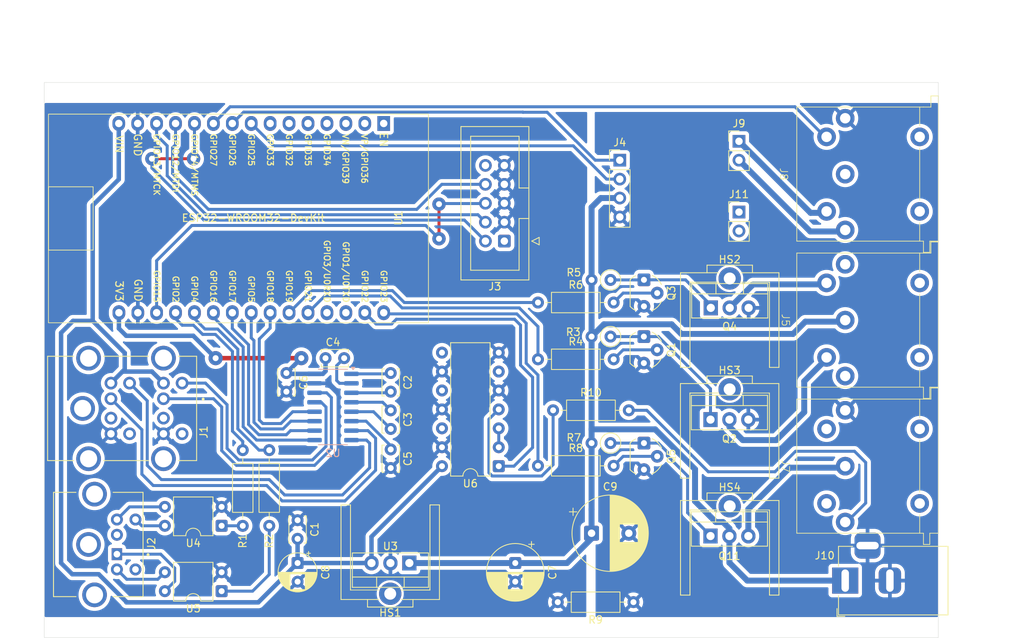
<source format=kicad_pcb>
(kicad_pcb (version 20241229) (generator "pcbnew") (generator_version "9.0")
  (layers (0 "F.Cu" signal) (2 "B.Cu" signal) (13 "F.Paste" user) (15 "B.Paste" user) (5 "F.SilkS" user "F.Silkscreen") (7 "B.SilkS" user "B.Silkscreen") (1 "F.Mask" user) (3 "B.Mask" user) (25 "Edge.Cuts" user))
  (net 0 "")
  (net 1 "+5V")
  (net 2 "GND")
  (net 3 "Net-(U2-C1+)")
  (net 4 "Net-(U2-C1-)")
  (net 5 "Net-(U2-C2+)")
  (net 6 "Net-(U2-C2-)")
  (net 7 "Net-(U2-VS+)")
  (net 8 "Net-(U2-VS-)")
  (net 9 "/KP_RS232_OUT")
  (net 11 "/PR_RS232_IN")
  (net 12 "/PR_RS232_OUT")
  (net 16 "/KP_RS232_IN")
  (net 17 "/TDI")
  (net 20 "/TMS")
  (net 21 "/TDO")
  (net 22 "+12V")
  (net 23 "/In1")
  (net 24 "/In2")
  (net 25 "/PowerConnectors/LED_L2")
  (net 27 "/PowerConnectors/LED_L1")
  (net 32 "/PowerConnectors/M2")
  (net 33 "/Switch")
  (net 34 "/PowerConnectors/M1")
  (net 35 "Net-(Q1-C)")
  (net 36 "Net-(Q1-B)")
  (net 37 "Net-(Q3-C)")
  (net 38 "Net-(Q3-B)")
  (net 39 "Net-(Q11-G)")
  (net 40 "Net-(Q5-B)")
  (net 42 "Net-(R1-Pad2)")
  (net 43 "/Screen_Up")
  (net 44 "Net-(R2-Pad2)")
  (net 45 "/Screen_Down")
  (net 46 "/Lamp2")
  (net 47 "/Lamp1")
  (net 48 "GND2")
  (net 49 "Net-(J7-Pad3)")
  (net 50 "/KP_RXD")
  (net 53 "/PR_TXD")
  (net 55 "/PR_RXD")
  (net 58 "/TCK")
  (net 62 "/KP_TXD")
  (net 63 "Net-(J2-Pad6)")
  (net 64 "Net-(J2-Pad4)")
  (net 65 "Net-(J2-Pad1)")
  (net 66 "Net-(J2-Pad3)")
  (net 68 "+3.3V")
  (net 75 "Net-(U6-Pad2)")
  (net 78 "/PowerConnectors/LED_PWR")
  (net 79 "/RGB_PWR")
  (net 80 "/RGB_Data")
  (net 81 "Net-(R10-Pad1)")
  (footprint "Custom_Heatsinks:Heatsink_Aavid_TO-220_H12.7mm" (layer "F.Cu") (at 169.5 125.3763)
    (property "Reference" "HS4")
    (property "Value" "Heatsink_Pad")
  )
  (footprint "Resistor_THT:R_Axial_DIN0207_L6.3mm_D2.5mm_P10.16mm_Horizontal" (layer "F.Cu") (at 156.58 137.75 180)
    (property "Reference" "R9")
    (property "Value" "10")
  )
  (footprint "Capacitor_THT:C_Disc_D3.4mm_W2.1mm_P2.50mm" (layer "F.Cu") (at 117.75 105 180)
    (property "Reference" "C4")
    (property "Value" "100n")
  )
  (footprint "Package_DIP:DIP-4_W7.62mm" (layer "F.Cu") (at 101.305 127.5 180)
    (property "Reference" "U4")
    (property "Value" "LTV-817")
  )
  (footprint "Package_DIP:DIP-14_W7.62mm" (layer "F.Cu") (at 138.5 119.5 180)
    (property "Reference" "U6")
    (property "Value" "4069")
  )
  (footprint "Custom_Footprints:TO-92_Milling" (layer "F.Cu") (at 157.988 115.641 -90)
    (property "Reference" "Q5")
    (property "Value" "BC547")
  )
  (footprint "Connector_PinHeader_2.54mm:PinHeader_1x04_P2.54mm_Vertical" (layer "F.Cu") (at 154.744 78.432)
    (property "Reference" "J4")
    (property "Value" "H-Bridge")
  )
  (footprint "Package_TO_SOT_THT:TO-220-3_Vertical" (layer "F.Cu") (at 126.5 132.5 180)
    (property "Reference" "U3")
    (property "Value" "L7805")
  )
  (footprint "Custom_Heatsinks:Heatsink_Aavid_TO-220_H12.7mm" (layer "F.Cu") (at 169.5 94.80685)
    (property "Reference" "HS2")
    (property "Value" "Heatsink_Pad")
  )
  (footprint "SnapEDA:SWITCHCRAFT_DMD6FRA111" (layer "F.Cu") (at 77.95 111.75 90)
    (property "Reference" "J1")
    (property "Value" "Controller")
  )
  (footprint "Resistor_THT:R_Axial_DIN0207_L6.3mm_D2.5mm_P2.54mm_Vertical" (layer "F.Cu") (at 153.5 94.5 180)
    (property "Reference" "R5")
    (property "Value" "10k")
  )
  (footprint "Capacitor_THT:C_Disc_D3.4mm_W2.1mm_P2.50mm" (layer "F.Cu") (at 111.5 129.25 90)
    (property "Reference" "C1")
    (property "Value" "100n")
  )
  (footprint "Resistor_THT:R_Axial_DIN0207_L6.3mm_D2.5mm_P10.16mm_Horizontal" (layer "F.Cu") (at 107.696 117.348 -90)
    (property "Reference" "R2")
    (property "Value" "220")
  )
  (footprint "Capacitor_THT:CP_Radial_D7.5mm_P2.50mm" (layer "F.Cu") (at 140.716 132.5 -90)
    (property "Reference" "C7")
    (property "Value" "100u")
  )
  (footprint "Resistor_THT:R_Axial_DIN0207_L6.3mm_D2.5mm_P10.16mm_Horizontal" (layer "F.Cu") (at 145.796 112)
    (property "Reference" "R10")
    (property "Value" "100")
  )
  (footprint "Capacitor_THT:CP_Radial_D5.0mm_P2.50mm" (layer "F.Cu") (at 111.5 132.5 -90)
    (property "Reference" "C8")
    (property "Value" "0.1u")
  )
  (footprint "Connector_PinHeader_2.54mm:PinHeader_1x02_P2.54mm_Vertical" (layer "F.Cu") (at 170.744 85.392)
    (property "Reference" "J11")
    (property "Value" "Pwr")
  )
  (footprint "SnapEDA:MiniDIN TE_5749180-1" (layer "F.Cu") (at 83.44 130.01 -90)
    (property "Reference" "J2")
    (property "Value" "Screen")
  )
  (footprint "Resistor_THT:R_Axial_DIN0207_L6.3mm_D2.5mm_P2.54mm_Vertical" (layer "F.Cu") (at 153.5 102.108 180)
    (property "Reference" "R3")
    (property "Value" "10k")
  )
  (footprint "Package_TO_SOT_THT:TO-220-3_Vertical" (layer "F.Cu") (at 166.96 98.25)
    (property "Reference" "Q4")
    (property "Value" "BUZ11")
  )
  (footprint "Capacitor_THT:C_Disc_D3.4mm_W2.1mm_P2.50mm" (layer "F.Cu") (at 124 117.25 -90)
    (property "Reference" "C5")
    (property "Value" "100n")
  )
  (footprint "Custom_Connectors:DIN-5 MAB5P" (layer "F.Cu") (at 185 80.3 -90)
    (property "Reference" "J8")
    (property "Value" "Winch")
  )
  (footprint "Custom_Module:ESP32-WROOM32-DevKit_NoMountingHoles" (layer "F.Cu") (at 123.06 73.5 -90)
    (property "Reference" "U1")
    (property "Value" "ESP32-WROOM32-DevKit")
  )
  (footprint "Connector_IDC:IDC-Header_2x05_P2.54mm_Vertical" (layer "F.Cu") (at 139.25 89.29 180)
    (property "Reference" "J3")
    (property "Value" "JTAG")
  )
  (footprint "Capacitor_THT:C_Disc_D3.4mm_W2.1mm_P2.50mm" (layer "F.Cu") (at 124 107 -90)
    (property "Reference" "C2")
    (property "Value" "100n")
  )
  (footprint "Custom_Heatsinks:Heatsink_Aavid_TO-220_H12.7mm" (layer "F.Cu") (at 123.9327 136.1237 180)
    (property "Reference" "HS1")
    (property "Value" "Heatsink_Pad")
  )
  (footprint "Resistor_THT:R_Axial_DIN0207_L6.3mm_D2.5mm_P10.16mm_Horizontal" (layer "F.Cu") (at 143.764 119.451)
    (property "Reference" "R8")
    (property "Value" "1k")
  )
  (footprint "Resistor_THT:R_Axial_DIN0207_L6.3mm_D2.5mm_P10.16mm_Horizontal" (layer "F.Cu") (at 104.14 117.348 -90)
    (property "Reference" "R1")
    (property "Value" "220")
  )
  (footprint "Custom_Footprints:TO-92_Milling" (layer "F.Cu") (at 157.988 93.726 -90)
    (property "Reference" "Q3")
    (property "Value" "BC547")
  )
  (footprint "Resistor_THT:R_Axial_DIN0207_L6.3mm_D2.5mm_P2.54mm_Vertical" (layer "F.Cu") (at 153.5 116.403 180)
    (property "Reference" "R7")
    (property "Value" "10k")
  )
  (footprint "Capacitor_THT:C_Disc_D3.4mm_W2.1mm_P2.50mm" (layer "F.Cu") (at 110 107 -90)
    (property "Reference" "C6")
    (property "Value" "100n")
  )
  (footprint "Custom_Connectors:DIN-5 MAB5P" (layer "F.Cu") (at 185 99.9 -90)
    (property "Reference" "J5")
    (property "Value" "Lamp")
  )
  (footprint "Capacitor_THT:CP_Radial_D10.0mm_P5.00mm" (layer "F.Cu") (at 150.956 128.5)
    (property "Reference" "C9")
    (property "Value" "470u")
  )
  (footprint "Connector_PinHeader_2.54mm:PinHeader_1x02_P2.54mm_Vertical" (layer "F.Cu") (at 170.744 75.892)
    (property "Reference" "J9")
    (property "Value" "Motor")
  )
  (footprint "Custom_Connectors:DIN-5 MAB5P" (layer "F.Cu") (at 185 119.5 -90)
    (property "Reference" "J7")
    (property "Value" "RGB")
  )
  (footprint "Package_DIP:DIP-4_W7.62mm" (layer "F.Cu") (at 101.305 136.275 180)
    (property "Reference" "U5")
    (property "Value" "LTV-817")
  )
  (footprint "Connector_BarrelJack:BarrelJack_Horizontal" (layer "F.Cu") (at 185 134.8575 180)
    (property "Reference" "J10")
    (property "Value" "Barrel_Jack_Switch")
  )
  (footprint "Resistor_THT:R_Axial_DIN0207_L6.3mm_D2.5mm_P10.16mm_Horizontal" (layer "F.Cu") (at 143.764 105.156)
    (property "Reference" "R4")
    (property "Value" "1k")
  )
  (footprint "Capacitor_THT:C_Disc_D3.4mm_W2.1mm_P2.50mm" (layer "F.Cu") (at 124 112 -90)
    (property "Reference" "C3")
    (property "Value" "100n")
  )
  (footprint "Package_TO_SOT_THT:TO-220-3_Vertical" (layer "F.Cu") (at 166.92 113.25)
    (property "Reference" "Q2")
    (property "Value" "BUZ11")
  )
  (footprint "Resistor_THT:R_Axial_DIN0207_L6.3mm_D2.5mm_P10.16mm_Horizontal" (layer "F.Cu") (at 143.764 97.536)
    (property "Reference" "R6")
    (property "Value" "1k")
  )
  (footprint "Custom_Heatsinks:Heatsink_Aavid_TO-220_H12.7mm" (layer "F.Cu") (at 169.4873 109.68315)
    (property "Reference" "HS3")
    (property "Value" "Heatsink_Pad")
  )
  (footprint "Package_TO_SOT_THT:TO-220-3_Vertical" (layer "F.Cu") (at 166.92 128.8763)
    (property "Reference" "Q11")
    (property "Value" "IRF4905")
  )
  (footprint "Custom_Footprints:TO-92_Milling" (layer "F.Cu") (at 157.976 101.346 -90)
    (property "Reference" "Q1")
    (property "Value" "BC547")
  )
  (footprint "Package_SO:SOIC-16_3.9x9.9mm_P1.27mm" (layer "B.Cu") (at 116.25 111.555 180)
    (property "Reference" "U2")
    (property "Value" "MAX3232")
  )
  (gr_rect (start 77.5 68) (end 197.5 142.5) (stroke (width 0.05)) (fill no) (layer "Edge.Cuts"))
  (segment (start 87.5 81) (end 87.5 73.5) (width 0.6) (layer "B.Cu") (net 1))
  (segment (start 79.756 132.5) (end 79.756 101.6) (width 0.6) (layer "B.Cu") (net 1))
  (segment (start 111.5 132.5) (end 106.224 137.776) (width 0.6) (layer "B.Cu") (net 1))
  (segment (start 79.756 101.6) (end 81.356 100) (width 0.6) (layer "B.Cu") (net 1))
  (segment (start 88.526 137.716941) (end 84.809059 134) (width 0.6) (layer "B.Cu") (net 1))
  (segment (start 81.356 100) (end 84 100) (width 0.6) (layer "B.Cu") (net 1))
  (segment (start 106.224 137.776) (end 88.526 137.776) (width 0.6) (layer "B.Cu") (net 1))
  (segment (start 84 100) (end 84 84.5) (width 0.6) (layer "B.Cu") (net 1))
  (segment (start 111.5 132.5) (end 111.5 129.25) (width 0.6) (layer "B.Cu") (net 1))
  (segment (start 91.949 106.799) (end 93.5 108.35) (width 0.6) (layer "B.Cu") (net 1))
  (segment (start 88.001 106.799) (end 88.299 106.501) (width 0.6) (layer "B.Cu") (net 1))
  (segment (start 88.001 106.799) (end 91.949 106.799) (width 0.6) (layer "B.Cu") (net 1))
  (segment (start 121.42 128.96) (end 130.88 119.5) (width 0.6) (layer "B.Cu") (net 1))
  (segment (start 84 100) (end 88.299 104.299) (width 0.6) (layer "B.Cu") (net 1))
  (segment (start 111.5 132.5) (end 121.42 132.5) (width 0.6) (layer "B.Cu") (net 1))
  (segment (start 84.809059 134) (end 81.256 134) (width 0.6) (layer "B.Cu") (net 1))
  (segment (start 81.256 134) (end 79.756 132.5) (width 0.6) (layer "B.Cu") (net 1))
  (segment (start 86.45 108.35) (end 88.001 106.799) (width 0.6) (layer "B.Cu") (net 1))
  (segment (start 84 84.5) (end 87.5 81) (width 0.6) (layer "B.Cu") (net 1))
  (segment (start 88.526 137.776) (end 88.526 137.716941) (width 0.6) (layer "B.Cu") (net 1))
  (segment (start 88.299 106.501) (end 88.299 104.299) (width 0.6) (layer "B.Cu") (net 1))
  (segment (start 121.42 132.5) (end 121.42 128.96) (width 0.6) (layer "B.Cu") (net 1))
  (segment (start 119.5 107.11) (end 123.89 107.11) (width 0.4) (layer "B.Cu") (net 3))
  (segment (start 119.5 109.65) (end 123.85 109.65) (width 0.4) (layer "B.Cu") (net 4))
  (segment (start 119.5 110.92) (end 122.92 110.92) (width 0.4) (layer "B.Cu") (net 5))
  (segment (start 122.92 110.92) (end 124 112) (width 0.4) (layer "B.Cu") (net 5))
  (segment (start 119.5 112.19) (end 121.69 112.19) (width 0.4) (layer "B.Cu") (net 6))
  (segment (start 121.69 112.19) (end 124 114.5) (width 0.4) (layer "B.Cu") (net 6))
  (segment (start 117.13 108.38) (end 116.75 108) (width 0.4) (layer "B.Cu") (net 7))
  (segment (start 118.38 108.38) (end 119.5 108.38) (width 0.4) (layer "B.Cu") (net 7))
  (segment (start 116.75 108) (end 116.75 106) (width 0.4) (layer "B.Cu") (net 7))
  (segment (start 116.75 106) (end 117.75 105) (width 0.4) (layer "B.Cu") (net 7))
  (segment (start 118.725 108.38) (end 117.13 108.38) (width 0.4) (layer "B.Cu") (net 7))
  (segment (start 119.5 113.46) (end 120.699999 113.46) (width 0.4) (layer "B.Cu") (net 8))
  (segment (start 120.699999 113.46) (end 124 116.760001) (width 0.4) (layer "B.Cu") (net 8))
  (segment (start 101.316 111.550648) (end 101.316 117.411825) (width 0.4) (layer "B.Cu") (net 9))
  (segment (start 101.316 117.411825) (end 103.294175 119.39) (width 0.4) (layer "B.Cu") (net 9))
  (segment (start 115.4 109.65) (end 113.775 109.65) (width 0.4) (layer "B.Cu") (net 9))
  (segment (start 113 109.65) (end 114.225648 109.65) (width 0.4) (layer "B.Cu") (net 9))
  (segment (start 116.037 110.287) (end 115.4 109.65) (width 0.4) (layer "B.Cu") (net 9))
  (segment (start 116.037 117.138648) (end 116.037 110.287) (width 0.4) (layer "B.Cu") (net 9))
  (segment (start 103.294175 119.39) (end 113.785648 119.39) (width 0.4) (layer "B.Cu") (net 9))
  (segment (start 113.785648 119.39) (end 116.037 117.138648) (width 0.4) (layer "B.Cu") (net 9))
  (segment (start 100.215352 110.45) (end 101.316 111.550648) (width 0.4) (layer "B.Cu") (net 9))
  (segment (start 93.5 110.45) (end 100.215352 110.45) (width 0.4) (layer "B.Cu") (net 9))
  (segment (start 91.321 110.721) (end 88.95 108.35) (width 0.4) (layer "B.Cu") (net 11))
  (segment (start 93.218428 121.3) (end 91.321 119.402572) (width 0.4) (layer "B.Cu") (net 11))
  (segment (start 119.5 116) (end 120.75 116) (width 0.4) (layer "B.Cu") (net 11))
  (segment (start 109.762136 123.365) (end 107.697136 121.3) (width 0.4) (layer "B.Cu") (net 11))
  (segment (start 121.171 116.421) (end 121.171 119.717278) (width 0.4) (layer "B.Cu") (net 11))
  (segment (start 120.75 116) (end 121.171 116.421) (width 0.4) (layer "B.Cu") (net 11))
  (segment (start 117.523278 123.365) (end 109.762136 123.365) (width 0.4) (layer "B.Cu") (net 11))
  (segment (start 121.171 119.717278) (end 117.523278 123.365) (width 0.4) (layer "B.Cu") (net 11))
  (segment (start 91.321 119.402572) (end 91.321 110.721) (width 0.4) (layer "B.Cu") (net 11))
  (segment (start 107.697136 121.3) (end 93.218428 121.3) (width 0.4) (layer "B.Cu") (net 11))
  (segment (start 117.854648 124.165) (end 121.971 120.048648) (width 0.4) (layer "B.Cu") (net 12))
  (segment (start 90.6 114.6) (end 90.6 120.575648) (width 0.4) (layer "B.Cu") (net 12))
  (segment (start 120.950351 114.73) (end 119.5 114.73) (width 0.4) (layer "B.Cu") (net 12))
  (segment (start 121.971 115.750649) (end 120.950351 114.73) (width 0.4) (layer "B.Cu") (net 12))
  (segment (start 109.430766 124.165) (end 117.854648 124.165) (width 0.4) (layer "B.Cu") (net 12))
  (segment (start 86.45 110.45) (end 90.6 114.6) (width 0.4) (layer "B.Cu") (net 12))
  (segment (start 107.365766 122.1) (end 109.430766 124.165) (width 0.4) (layer "B.Cu") (net 12))
  (segment (start 90.6 120.575648) (end 92.124352 122.1) (width 0.4) (layer "B.Cu") (net 12))
  (segment (start 92.124352 122.1) (end 107.365766 122.1) (width 0.4) (layer "B.Cu") (net 12))
  (segment (start 121.971 120.048648) (end 121.971 115.750649) (width 0.4) (layer "B.Cu") (net 12))
  (segment (start 99.135 108.35) (end 96 108.35) (width 0.4) (layer "B.Cu") (net 16))
  (segment (start 113 110.92) (end 114.476 110.92) (width 0.4) (layer "B.Cu") (net 16))
  (segment (start 102.037 111.252) (end 99.135 108.35) (width 0.4) (layer "B.Cu") (net 16))
  (segment (start 102.037 117.113177) (end 102.037 111.252) (width 0.4) (layer "B.Cu") (net 16))
  (segment (start 103.592823 118.669) (end 102.037 117.113177) (width 0.4) (layer "B.Cu") (net 16))
  (segment (start 113.487 118.669) (end 103.592823 118.669) (width 0.4) (layer "B.Cu") (net 16))
  (segment (start 115.316 111.566) (end 114.67 110.92) (width 0.4) (layer "B.Cu") (net 16))
  (segment (start 115.316 116.84) (end 115.316 111.566) (width 0.4) (layer "B.Cu") (net 16))
  (segment (start 115.316 116.84) (end 113.487 118.669) (width 0.4) (layer "B.Cu") (net 16))
  (segment (start 114.67 110.92) (end 113.775 110.92) (width 0.4) (layer "B.Cu") (net 16))
  (segment (start 130.859 81.67) (end 127.5 85.029) (width 0.4) (layer "B.Cu") (net 17))
  (segment (start 99.529 85.029) (end 94.721 80.221) (width 0.4) (layer "B.Cu") (net 17))
  (segment (start 136.71 81.67) (end 130.859 81.67) (width 0.4) (layer "B.Cu") (net 17))
  (segment (start 94.721 80.221) (end 94.721 76.75) (width 0.4) (layer "B.Cu") (net 17))
  (segment (start 95.12 76.351) (end 95.12 73.5) (width 0.4) (layer "B.Cu") (net 17))
  (segment (start 127.5 85.029) (end 99.529 85.029) (width 0.4) (layer "B.Cu") (net 17))
  (segment (start 94.721 76.75) (end 95.12 76.351) (width 0.4) (layer "B.Cu") (net 17))
  (segment (start 91.948 78.232) (end 97.536 78.232) (width 0.4) (layer "F.Cu") (net 20))
  (via (at 97.536 78.232) (size 1.8) (drill 0.8) (layers "F.Cu" "B.Cu") (net 20))
  (via (at 91.948 78.232) (size 1.8) (drill 0.8) (layers "F.Cu" "B.Cu") (net 20))
  (segment (start 97.66 78.108) (end 97.66 73.5) (width 0.4) (layer "B.Cu") (net 20))
  (segment (start 91.948 79.487296) (end 91.948 78.232) (width 0.4) (layer "B.Cu") (net 20))
  (segment (start 133.891 86.471) (end 98.931704 86.471) (width 0.4) (layer "B.Cu") (net 20))
  (segment (start 136.71 89.29) (end 133.891 86.471) (width 0.4) (layer "B.Cu") (net 20))
  (segment (start 98.931704 86.471) (end 91.948 79.487296) (width 0.4) (layer "B.Cu") (net 20))
  (segment (start 97.536 78.232) (end 97.66 78.108) (width 0.4) (layer "B.Cu") (net 20))
  (segment (start 130.48 84.33) (end 130.48 88.970296) (width 0.4) (layer "F.Cu") (net 21))
  (via (at 130.48 88.970296) (size 1.8) (drill 0.8) (layers "F.Cu" "B.Cu") (net 21))
  (via (at 130.48 84.33) (size 1.8) (drill 0.8) (layers "F.Cu" "B.Cu") (net 21))
  (segment (start 128.701704 87.192) (end 97.308 87.192) (width 0.4) (layer "B.Cu") (net 21))
  (segment (start 97.308 87.192) (end 92.58 91.92) (width 0.4) (layer "B.Cu") (net 21))
  (segment (start 136.44 84.25) (end 130.56 84.25) (width 0.4) (layer "B.Cu") (net 21))
  (segment (start 92.58 91.92) (end 92.58 98.9) (width 0.4) (layer "B.Cu") (net 21))
  (segment (start 130.48 88.970296) (end 128.701704 87.192) (width 0.4) (layer "B.Cu") (net 21))
  (segment (start 168.5982 127) (end 169.46 127.8618) (width 0.8) (layer "B.Cu") (net 22))
  (segment (start 150.96 125.306) (end 150.96 116.403) (width 0.8) (layer "B.Cu") (net 22))
  (segment (start 169.46 127.8618) (end 169.46 128.8763) (width 0.8) (layer "B.Cu") (net 22))
  (segment (start 150.96 116.403) (end 150.96 114.554) (width 0.8) (layer "B.Cu") (net 22))
  (segment (start 164.847414 120.394586) (end 164.847414 119.906485) (width 0.8) (layer "B.Cu") (net 22))
  (segment (start 161.707 100.457) (end 152.611 100.457) (width 0.8) (layer "B.Cu") (net 22))
  (segment (start 150.96 102.108) (end 150.96 94.5) (width 0.8) (layer "B.Cu") (net 22))
  (segment (start 150.96 125.306) (end 150.956 125.31) (width 0.8) (layer "B.Cu") (net 22))
  (segment (start 167.64 127) (end 168.5982 127) (width 0.8) (layer "B.Cu") (net 22))
  (segment (start 150.956 125.31) (end 150.956 128.5) (width 0.8) (layer "B.Cu") (net 22))
  (segment (start 167.64 127) (end 164.846 124.206) (width 0.8) (layer "B.Cu") (net 22))
  (segment (start 164.846 124.206) (end 164.846 120.396) (width 0.8) (layer "B.Cu") (net 22))
  (segment (start 152.2 83.512) (end 154.744 83.512) (width 0.8) (layer "B.Cu") (net 22))
  (segment (start 147.662 132.5) (end 140.716 132.5) (width 0.8) (layer "B.Cu") (net 22))
  (segment (start 164.847414 119.906485) (end 159.494929 114.554) (width 0.8) (layer "B.Cu") (net 22))
  (segment (start 163 101.75) (end 161.707 100.457) (width 0.8) (layer "B.Cu") (net 22))
  (segment (start 152.611 100.457) (end 150.96 102.108) (width 0.8) (layer "B.Cu") (net 22))
  (segment (start 150.956 128.5) (end 150.956 129.206) (width 0.8) (layer "B.Cu") (net 22))
  (segment (start 150.956 129.206) (end 147.662 132.5) (width 0.8) (layer "B.Cu") (net 22))
  (segment (start 150.96 114.554) (end 150.96 102.108) (width 0.8) (layer "B.Cu") (net 22))
  (segment (start 150.96 94.5) (end 150.96 84.752) (width 0.8) (layer "B.Cu") (net 22))
  (segment (start 171.8575 134.8575) (end 184 134.8575) (width 0.8) (layer "B.Cu") (net 22))
  (segment (start 185 100.1) (end 179.65 100.1) (width 0.8) (layer "B.Cu") (net 22))
  (segment (start 178 101.75) (end 163 101.75) (width 0.8) (layer "B.Cu") (net 22))
  (segment (start 159.494929 114.554) (end 150.96 114.554) (width 0.8) (layer "B.Cu") (net 22))
  (segment (start 140.716 132.5) (end 126.5 132.5) (width 0.8) (layer "B.Cu") (net 22))
  (segment (start 150.96 84.752) (end 152.2 83.512) (width 0.8) (layer "B.Cu") (net 22))
  (segment (start 169.46 132.46) (end 169.46 128.8763) (width 0.8) (layer "B.Cu") (net 22))
  (segment (start 169.46 132.46) (end 171.8575 134.8575) (width 0.8) (layer "B.Cu") (net 22))
  (segment (start 179.65 100.1) (end 178 101.75) (width 0.8) (layer "B.Cu") (net 22))
  (segment (start 108.28 76.5) (end 148.5 76.5) (width 0.4) (layer "B.Cu") (net 23))
  (segment (start 148.5 76.5) (end 152.972 80.972) (width 0.4) (layer "B.Cu") (net 23))
  (segment (start 105.28 73.5) (end 108.28 76.5) (width 0.4) (layer "B.Cu") (net 23))
  (segment (start 152.972 80.972) (end 154.744 80.972) (width 0.4) (layer "B.Cu") (net 23))
  (segment (start 145 72) (end 148.78 75.78) (width 0.4) (layer "B.Cu") (net 24))
  (segment (start 148.798234 75.78) (end 151.450234 78.432) (width 0.4) (layer "B.Cu") (net 24))
  (segment (start 151.450234 78.432) (end 154.744 78.432) (width 0.4) (layer "B.Cu") (net 24))
  (segment (start 141.75 72) (end 145 72) (width 0.4) (layer "B.Cu") (net 24))
  (segment (start 148.78 75.78) (end 148.798234 75.78) (width 0.4) (layer "B.Cu") (net 24))
  (segment (start 104.261 71.979) (end 141.729 71.979) (width 0.4) (layer "B.Cu") (net 24))
  (segment (start 102.74 73.5) (end 104.261 71.979) (width 0.4) (layer "B.Cu") (net 24))
  (segment (start 141.729 71.979) (end 141.75 72) (width 0.4) (layer "B.Cu") (net 24))
  (segment (start 171.25 116) (end 175.75 116) (width 0.8) (layer "B.Cu") (net 25))
  (segment (start 169.46 112.75) (end 169.46 114.21) (width 0.8) (layer "B.Cu") (net 25))
  (segment (start 179.5 112.25) (end 179.5 108.1) (width 0.8) (layer "B.Cu") (net 25))
  (segment (start 179.5 108.1) (end 182.5 105.1) (width 0.8) (layer "B.Cu") (net 25))
  (segment (start 169.46 114.21) (end 171.25 116) (width 0.8) (layer "B.Cu") (net 25))
  (segment (start 175.75 116) (end 179.5 112.25) (width 0.8) (layer "B.Cu") (net 25))
  (segment (start 169.5 98.25) (end 172.65 95.1) (width 0.8) (layer "B.Cu") (net 27))
  (segment (start 172.65 95.1) (end 182.5 95.1) (width 0.8) (layer "B.Cu") (net 27))
  (segment (start 180.312 88) (end 185 88) (width 0.8) (layer "B.Cu") (net 32))
  (segment (start 170.744 78.432) (end 180.312 88) (width 0.8) (layer "B.Cu") (net 32))
  (segment (start 178.259 71.259) (end 182.5 75.5) (width 0.4) (layer "B.Cu") (net 33))
  (segment (start 100.2 73.5) (end 102.441 71.259) (width 0.4) (layer "B.Cu") (net 33))
  (segment (start 102.441 71.259) (end 178.259 71.259) (width 0.4) (layer "B.Cu") (net 33))
  (segment (start 180.352 85.5) (end 170.744 75.892) (width 0.8) (layer "B.Cu") (net 34))
  (segment (start 182.5 85.5) (end 180.352 85.5) (width 0.8) (layer "B.Cu") (net 34))
  (segment (start 157.976 102.108) (end 159.914887 102.108) (width 0.4) (layer "B.Cu") (net 35))
  (segment (start 159.914887 102.108) (end 166.92 109.113113) (width 0.4) (layer "B.Cu") (net 35))
  (segment (start 153.5 102.108) (end 157.976 102.108) (width 0.4) (layer "B.Cu") (net 35))
  (segment (start 166.92 109.113113) (end 166.92 112.75) (width 0.4) (layer "B.Cu") (net 35))
  (segment (start 153.924 105.156) (end 155.194 103.886) (width 0.4) (layer "B.Cu") (net 36))
  (segment (start 155.194 103.886) (end 159.754 103.886) (width 0.4) (layer "B.Cu") (net 36))
  (segment (start 153.5 94.5) (end 157.988 94.5) (width 0.4) (layer "B.Cu") (net 37))
  (segment (start 158 94.488) (end 163.568 94.488) (width 0.4) (layer "B.Cu") (net 37))
  (segment (start 163.568 94.488) (end 166.412 97.332) (width 0.4) (layer "B.Cu") (net 37))
  (segment (start 155.194 96.266) (end 159.778 96.266) (width 0.4) (layer "B.Cu") (net 38))
  (segment (start 153.924 97.536) (end 155.194 96.266) (width 0.4) (layer "B.Cu") (net 38))
  (segment (start 166.92 128.8288) (end 163.845999 125.754799) (width 0.4) (layer "B.Cu") (net 39))
  (segment (start 163.845999 125.754799) (end 163.845999 120.810213) (width 0.4) (layer "B.Cu") (net 39))
  (segment (start 163.845999 120.810213) (end 161.137 118.101214) (width 0.4) (layer "B.Cu") (net 39))
  (segment (start 159.926887 116.403) (end 157.988 116.403) (width 0.4) (layer "B.Cu") (net 39))
  (segment (start 153.5 116.403) (end 157.988 116.403) (width 0.4) (layer "B.Cu") (net 39))
  (segment (start 161.137 117.613113) (end 159.926887 116.403) (width 0.4) (layer "B.Cu") (net 39))
  (segment (start 161.137 118.101214) (end 161.137 117.613113) (width 0.4) (layer "B.Cu") (net 39))
  (segment (start 155.194 118.181) (end 159.766 118.181) (width 0.4) (layer "B.Cu") (net 40))
  (segment (start 153.924 119.451) (end 155.194 118.181) (width 0.4) (layer "B.Cu") (net 40))
  (segment (start 101.305 127.5) (end 104.132 127.5) (width 0.4) (layer "B.Cu") (net 42))
  (segment (start 100.473704 101.813) (end 98.761352 101.813) (width 0.4) (layer "B.Cu") (net 43))
  (segment (start 97.532352 100.584) (end 96.012 100.584) (width 0.4) (layer "B.Cu") (net 43))
  (segment (start 102.758 114.797296) (end 102.758 104.097296) (width 0.4) (layer "B.Cu") (net 43))
  (segment (start 96.012 100.584) (end 95.12 99.692) (width 0.4) (layer "B.Cu") (net 43))
  (segment (start 104.14 117.348) (end 104.14 116.179296) (width 0.4) (layer "B.Cu") (net 43))
  (segment (start 98.761352 101.813) (end 97.532352 100.584) (width 0.4) (layer "B.Cu") (net 43))
  (segment (start 104.14 116.179296) (end 102.758 114.797296) (width 0.4) (layer "B.Cu") (net 43))
  (segment (start 102.758 104.097296) (end 100.473704 101.813) (width 0.4) (layer "B.Cu") (net 43))
  (segment (start 105.455 136.275) (end 107.696 134.034) (width 0.4) (layer "B.Cu") (net 44))
  (segment (start 107.696 134.034) (end 107.696 127.508) (width 0.4) (layer "B.Cu") (net 44))
  (segment (start 101.305 136.275) (end 105.455 136.275) (width 0.4) (layer "B.Cu") (net 44))
  (segment (start 100.772352 101.092) (end 99.06 101.092) (width 0.4) (layer "B.Cu") (net 45))
  (segment (start 106.328352 117.348) (end 103.479 114.498648) (width 0.4) (layer "B.Cu") (net 45))
  (segment (start 103.479 114.498648) (end 103.479 103.798648) (width 0.4) (layer "B.Cu") (net 45))
  (segment (start 107.696 117.348) (end 106.328352 117.348) (width 0.4) (layer "B.Cu") (net 45))
  (segment (start 99.06 101.092) (end 97.66 99.692) (width 0.4) (layer "B.Cu") (net 45))
  (segment (start 103.479 103.798648) (end 100.772352 101.092) (width 0.4) (layer "B.Cu") (net 45))
  (segment (start 141.257 98.257) (end 143.764 100.764) (width 0.4) (layer "B.Cu") (net 46))
  (segment (start 125.525535 98.257) (end 141.257 98.257) (width 0.4) (layer "B.Cu") (net 46))
  (segment (start 112.9 98.9) (end 115.142 96.658) (width 0.4) (layer "B.Cu") (net 46))
  (segment (start 143.764 100.764) (end 143.764 105.156) (width 0.4) (layer "B.Cu") (net 46))
  (segment (start 115.142 96.658) (end 123.926535 96.658) (width 0.4) (layer "B.Cu") (net 46))
  (segment (start 123.926535 96.658) (end 125.525535 98.257) (width 0.4) (layer "B.Cu") (net 46))
  (segment (start 113.323 95.937) (end 110.36 98.9) (width 0.4) (layer "B.Cu") (net 47))
  (segment (start 125.824183 97.536) (end 143.764 97.536) (width 0.4) (layer "B.Cu") (net 47))
  (segment (start 124.225183 95.937) (end 125.824183 97.536) (width 0.4) (layer "B.Cu") (net 47))
  (segment (start 124.225183 95.937) (end 113.323 95.937) (width 0.4) (layer "B.Cu") (net 47))
  (segment (start 187.75 119) (end 187.75 124.45) (width 0.4) (layer "B.Cu") (net 49))
  (segment (start 187.75 124.45) (end 185 127.2) (width 0.4) (layer "B.Cu") (net 49))
  (segment (start 186.25 117.5) (end 187.75 119) (width 0.4) (layer "B.Cu") (net 49))
  (segment (start 166.622214 120.25) (end 175.584372 120.25) (width 0.4) (layer "B.Cu") (net 49))
  (segment (start 158.372214 112) (end 166.622214 120.25) (width 0.4) (layer "B.Cu") (net 49))
  (segment (start 175.584372 120.25) (end 178.334372 117.5) (width 0.4) (layer "B.Cu") (net 49))
  (segment (start 178.334372 117.5) (end 186.25 117.5) (width 0.4) (layer "B.Cu") (net 49))
  (segment (start 156.16 112) (end 158.372214 112) (width 0.4) (layer "B.Cu") (net 49))
  (segment (start 106.363 113.304056) (end 106.363 102.425) (width 0.4) (layer "B.Cu") (net 50))
  (segment (start 109.259352 113.779) (end 106.837944 113.779) (width 0.4) (layer "B.Cu") (net 50))
  (segment (start 113 112.19) (end 110.848352 112.19) (width 0.4) (layer "B.Cu") (net 50))
  (segment (start 106.363 102.425) (end 107.82 100.968) (width 0.4) (layer "B.Cu") (net 50))
  (segment (start 110.848352 112.19) (end 109.259352 113.779) (width 0.4) (layer "B.Cu") (net 50))
  (segment (start 107.82 100.968) (end 107.82 99.621) (width 0.4) (layer "B.Cu") (net 50))
  (segment (start 106.837944 113.779) (end 106.363 113.304056) (width 0.4) (layer "B.Cu") (net 50))
  (segment (start 106.298648 115.279) (end 104.921 113.901352) (width 0.4) (layer "B.Cu") (net 53))
  (segment (start 104.921 113.901352) (end 104.921 103.201352) (width 0.4) (layer "B.Cu") (net 53))
  (segment (start 102.74 101.020352) (end 102.74 98.9) (width 0.4) (layer "B.Cu") (net 53))
  (segment (start 113 114.73) (end 110.549 114.73) (width 0.4) (layer "B.Cu") (net 53))
  (segment (start 110.549 114.73) (end 110 115.279) (width 0.4) (layer "B.Cu") (net 53))
  (segment (start 104.921 103.201352) (end 102.74 101.020352) (width 0.4) (layer "B.Cu") (net 53))
  (segment (start 110 115.279) (end 106.298648 115.279) (width 0.4) (layer "B.Cu") (net 53))
  (segment (start 104.2 103.5) (end 104.2 114.2) (width 0.4) (layer "B.Cu") (net 55))
  (segment (start 100.2 99.5) (end 104.2 103.5) (width 0.4) (layer "B.Cu") (net 55))
  (segment (start 104.2 114.2) (end 106 116) (width 0.4) (layer "B.Cu") (net 55))
  (segment (start 106 116) (end 113 116) (width 0.4) (layer "B.Cu") (net 55))
  (segment (start 136.71 86.75) (end 135.71 85.75) (width 0.4) (layer "B.Cu") (net 58))
  (segment (start 94 80.519648) (end 94 76.5) (width 0.4) (layer "B.Cu") (net 58))
  (segment (start 94 76.5) (end 92.58 75.08) (width 0.4) (layer "B.Cu") (net 58))
  (segment (start 99.230352 85.75) (end 94 80.519648) (width 0.4) (layer "B.Cu") (net 58))
  (segment (start 92.58 75.08) (end 92.58 73.5) (width 0.4) (layer "B.Cu") (net 58))
  (segment (start 135.71 85.75) (end 99.230352 85.75) (width 0.4) (layer "B.Cu") (net 58))
  (segment (start 110.598 113.46) (end 109.558 114.5) (width 0.4) (layer "B.Cu") (net 62))
  (segment (start 105.642 113.602704) (end 105.642 102.638) (width 0.4) (layer "B.Cu") (net 62))
  (segment (start 105.642 102.638) (end 105.28 102.276) (width 0.4) (layer "B.Cu") (net 62))
  (segment (start 113 113.46) (end 110.598 113.46) (width 0.4) (layer "B.Cu") (net 62))
  (segment (start 105.28 102.276) (end 105.28 98.9) (width 0.4) (layer "B.Cu") (net 62))
  (segment (start 109.558 114.5) (end 106.539296 114.5) (width 0.4) (layer "B.Cu") (net 62))
  (segment (start 106.539296 114.5) (end 105.642 113.602704) (width 0.4) (layer "B.Cu") (net 62))
  (segment (start 93.685 127.5) (end 90.58 127.5) (width 0.4) (layer "B.Cu") (net 63))
  (segment (start 90.58 127.5) (end 89.74 126.66) (width 0.4) (layer "B.Cu") (net 63))
  (segment (start 93.685 124.96) (end 88.95 124.96) (width 0.4) (layer "B.Cu") (net 64))
  (segment (start 88.95 124.96) (end 87.25 126.66) (width 0.4) (layer "B.Cu") (net 64))
  (segment (start 95.006 133.187823) (end 95.006 134.954) (width 0.4) (layer "B.Cu") (net 65))
  (segment (start 87.25 131.31) (end 93.128177 131.31) (width 0.4) (layer "B.Cu") (net 65))
  (segment (start 95.006 134.954) (end 93.685 136.275) (width 0.4) (layer "B.Cu") (net 65))
  (segment (start 93.128177 131.31) (end 95.006 133.187823) (width 0.4) (layer "B.Cu") (net 65))
  (segment (start 87.25 133.36) (end 88.571 134.681) (width 0.4) (layer "B.Cu") (net 66))
  (segment (start 88.571 134.681) (end 92.739 134.681) (width 0.4) (layer "B.Cu") (net 66))
  (segment (start 92.739 134.681) (end 93.685 133.735) (width 0.4) (layer "B.Cu") (net 66))
  (segment (start 112 105) (end 100.5 105) (width 0.6) (layer "F.Cu") (net 68))
  (via (at 100.5 105) (size 1.9) (drill 0.8) (layers "F.Cu" "B.Cu") (net 68))
  (via (at 112 105) (size 1.9) (drill 0.8) (layers "F.Cu" "B.Cu") (net 68))
  (segment (start 87.52 101.02) (end 87.52 98.9) (width 0.6) (layer "B.Cu") (net 68))
  (segment (start 113 107.11) (end 110.11 107.11) (width 0.6) (layer "B.Cu") (net 68))
  (segment (start 115.25 106.75) (end 114.89 107.11) (width 0.6) (layer "B.Cu") (net 68))
  (segment (start 115.25 105) (end 115.25 106.75) (width 0.6) (layer "B.Cu") (net 68))
  (segment (start 110 107) (end 112 105) (width 0.6) (layer "B.Cu") (net 68))
  (segment (start 97.5 102) (end 88.5 102) (width 0.6) (layer "B.Cu") (net 68))
  (segment (start 114.89 107.11) (end 113 107.11) (width 0.6) (layer "B.Cu") (net 68))
  (segment (start 100.5 105) (end 97.5 102) (width 0.6) (layer "B.Cu") (net 68))
  (segment (start 88.5 102) (end 87.52 101.02) (width 0.6) (layer "B.Cu") (net 68))
  (segment (start 138.5 116.96) (end 138.5 114.42) (width 0.4) (layer "B.Cu") (net 75))
  (segment (start 177.55 119.7) (end 172 125.25) (width 0.8) (layer "B.Cu") (net 78))
  (segment (start 172 125.25) (end 172 128.8763) (width 0.8) (layer "B.Cu") (net 78))
  (segment (start 185 119.7) (end 177.55 119.7) (width 0.8) (layer "B.Cu") (net 78))
  (segment (start 143.764 107.264) (end 143.764 119.451) (width 0.4) (layer "B.Cu") (net 79))
  (segment (start 123.218 99.058) (end 140.925214 99.058) (width 0.4) (layer "B.Cu") (net 79))
  (segment (start 142.183607 105.683607) (end 143.764 107.264) (width 0.4) (layer "B.Cu") (net 79))
  (segment (start 140.925214 99.058) (end 142.183607 100.316393) (width 0.4) (layer "B.Cu") (net 79))
  (segment (start 142.183607 100.316393) (end 142.183607 105.683607) (width 0.4) (layer "B.Cu") (net 79))
  (segment (start 140.543 119.5) (end 138.5 119.5) (width 0.4) (layer "B.Cu") (net 80))
  (segment (start 141.423783 100.576217) (end 141.423783 105.943431) (width 0.4) (layer "B.Cu") (net 80))
  (segment (start 120.52 98.9) (end 122.041 100.421) (width 0.4) (layer "B.Cu") (net 80))
  (segment (start 122.041 100.421) (end 124.108 100.421) (width 0.4) (layer "B.Cu") (net 80))
  (segment (start 124.75 99.779) (end 140.626566 99.779) (width 0.4) (layer "B.Cu") (net 80))
  (segment (start 140.626566 99.779) (end 141.423783 100.576217) (width 0.4) (layer "B.Cu") (net 80))
  (segment (start 143.043 117) (end 140.543 119.5) (width 0.4) (layer "B.Cu") (net 80))
  (segment (start 143.043 107.562648) (end 143.043 117) (width 0.4) (layer "B.Cu") (net 80))
  (segment (start 141.423783 105.943431) (end 143.043 107.562648) (width 0.4) (layer "B.Cu") (net 80))
  (segment (start 124.108 100.421) (end 124.75 99.779) (width 0.4) (layer "B.Cu") (net 80))
  (segment (start 137.179 120.376286) (end 137.179 113.201) (width 0.4) (layer "B.Cu") (net 81))
  (segment (start 145.796 119.287177) (end 145.796 112) (width 0.4) (layer "B.Cu") (net 81))
  (segment (start 137.623714 120.821) (end 144.262177 120.821) (width 0.4) (layer "B.Cu") (net 81))
  (segment (start 144.262177 120.821) (end 145.796 119.287177) (width 0.4) (layer "B.Cu") (net 81))
  (segment (start 137.179 120.376286) (end 137.623714 120.821) (width 0.4) (layer "B.Cu") (net 81))
  (segment (start 137.179 113.201) (end 138.5 111.88) (width 0.4) (layer "B.Cu") (net 81))
  (zone (net 48) (net_name "GND2") (layer "B.Cu") (connect_pads (clearance 0.5)) (min_thickness 0.25) (fill yes (thermal_gap 0.5) (thermal_bridge_width 0.5) (island_removal_mode 1) (island_area_min 10))
    (polygon (pts (xy 198 139.75) (xy 151.5 139.75) (xy 151.5 95.25) (xy 151.5 85) (xy 151.384 83.75) (xy 151.384 70.75) (xy 197.75 70.75)))
  )
  (zone (net 2) (net_name "GND") (layer "B.Cu") (priority 1) (connect_pads (clearance 0.5)) (min_thickness 0.25) (fill yes (thermal_gap 0.5) (thermal_bridge_width 0.5) (island_removal_mode 1) (island_area_min 10))
    (polygon (pts (xy 77.5 70.75) (xy 150.368 70.75) (xy 150.368 84.074) (xy 150.25 96.25) (xy 150.25 139.75) (xy 77.5 139.75)))
  )
)
</source>
